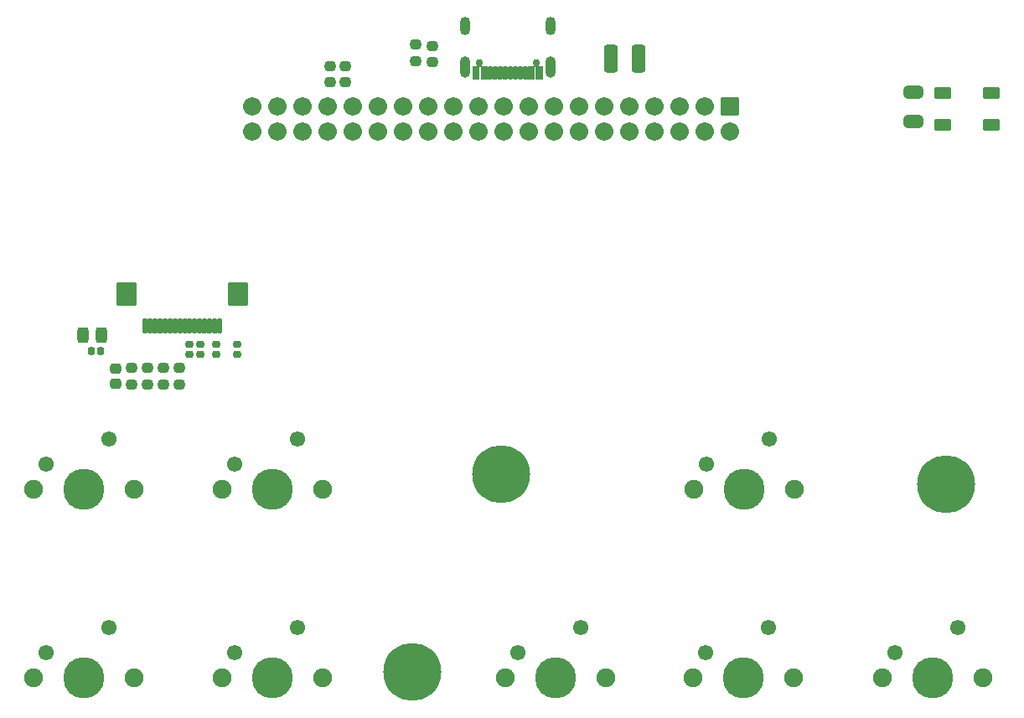
<source format=gbr>
%TF.GenerationSoftware,KiCad,Pcbnew,(6.0.8)*%
%TF.CreationDate,2022-10-08T21:09:11+11:00*%
%TF.ProjectId,KEEBPAD-MK,4b454542-5041-4442-9d4d-4b2e6b696361,1.0.0*%
%TF.SameCoordinates,PX8f0d180PY8f0d180*%
%TF.FileFunction,Soldermask,Top*%
%TF.FilePolarity,Negative*%
%FSLAX46Y46*%
G04 Gerber Fmt 4.6, Leading zero omitted, Abs format (unit mm)*
G04 Created by KiCad (PCBNEW (6.0.8)) date 2022-10-08 21:09:11*
%MOMM*%
%LPD*%
G01*
G04 APERTURE LIST*
G04 Aperture macros list*
%AMRoundRect*
0 Rectangle with rounded corners*
0 $1 Rounding radius*
0 $2 $3 $4 $5 $6 $7 $8 $9 X,Y pos of 4 corners*
0 Add a 4 corners polygon primitive as box body*
4,1,4,$2,$3,$4,$5,$6,$7,$8,$9,$2,$3,0*
0 Add four circle primitives for the rounded corners*
1,1,$1+$1,$2,$3*
1,1,$1+$1,$4,$5*
1,1,$1+$1,$6,$7*
1,1,$1+$1,$8,$9*
0 Add four rect primitives between the rounded corners*
20,1,$1+$1,$2,$3,$4,$5,0*
20,1,$1+$1,$4,$5,$6,$7,0*
20,1,$1+$1,$6,$7,$8,$9,0*
20,1,$1+$1,$8,$9,$2,$3,0*%
G04 Aperture macros list end*
%ADD10RoundRect,0.326200X0.250000X0.475000X-0.250000X0.475000X-0.250000X-0.475000X0.250000X-0.475000X0*%
%ADD11RoundRect,0.216200X0.170000X-0.140000X0.170000X0.140000X-0.170000X0.140000X-0.170000X-0.140000X0*%
%ADD12RoundRect,0.276200X-0.275000X0.200000X-0.275000X-0.200000X0.275000X-0.200000X0.275000X0.200000X0*%
%ADD13C,1.902400*%
%ADD14C,4.152400*%
%ADD15C,1.550000*%
%ADD16RoundRect,0.076200X-0.850000X0.850000X-0.850000X-0.850000X0.850000X-0.850000X0.850000X0.850000X0*%
%ADD17O,1.852400X1.852400*%
%ADD18RoundRect,0.216200X0.140000X0.170000X-0.140000X0.170000X-0.140000X-0.170000X0.140000X-0.170000X0*%
%ADD19RoundRect,0.276200X0.275000X-0.200000X0.275000X0.200000X-0.275000X0.200000X-0.275000X-0.200000X0*%
%ADD20RoundRect,0.326200X-0.375000X-1.075000X0.375000X-1.075000X0.375000X1.075000X-0.375000X1.075000X0*%
%ADD21RoundRect,0.216200X-0.170000X0.140000X-0.170000X-0.140000X0.170000X-0.140000X0.170000X0.140000X0*%
%ADD22RoundRect,0.076200X0.150000X0.650000X-0.150000X0.650000X-0.150000X-0.650000X0.150000X-0.650000X0*%
%ADD23RoundRect,0.076200X0.900000X1.100000X-0.900000X1.100000X-0.900000X-1.100000X0.900000X-1.100000X0*%
%ADD24C,5.852400*%
%ADD25RoundRect,0.076200X-0.750000X-0.500000X0.750000X-0.500000X0.750000X0.500000X-0.750000X0.500000X0*%
%ADD26RoundRect,0.326200X-0.650000X0.325000X-0.650000X-0.325000X0.650000X-0.325000X0.650000X0.325000X0*%
%ADD27C,0.752400*%
%ADD28RoundRect,0.076200X0.300000X0.580000X-0.300000X0.580000X-0.300000X-0.580000X0.300000X-0.580000X0*%
%ADD29RoundRect,0.076200X-0.150000X-0.580000X0.150000X-0.580000X0.150000X0.580000X-0.150000X0.580000X0*%
%ADD30O,1.052400X1.852400*%
%ADD31O,1.052400X2.152400*%
%ADD32RoundRect,0.301200X-0.250000X0.225000X-0.250000X-0.225000X0.250000X-0.225000X0.250000X0.225000X0*%
G04 APERTURE END LIST*
D10*
%TO.C,C4*%
X-40350000Y14000000D03*
X-42250000Y14000000D03*
%TD*%
D11*
%TO.C,C1*%
X-31500000Y13080000D03*
X-31500000Y12120000D03*
%TD*%
D12*
%TO.C,R6*%
X-8600000Y43375000D03*
X-8600000Y41725000D03*
%TD*%
D11*
%TO.C,C6*%
X-26700000Y13080000D03*
X-26700000Y12120000D03*
%TD*%
D13*
%TO.C,SW4*%
X48680000Y-20585126D03*
D14*
X43600000Y-20585126D03*
D15*
X46140000Y-15505126D03*
X39790000Y-18045126D03*
D13*
X38520000Y-20585126D03*
%TD*%
D16*
%TO.C,B1*%
X23099999Y37125000D03*
D17*
X23099999Y34585000D03*
X20559999Y37125000D03*
X20559999Y34585000D03*
X18019999Y37125000D03*
X18019999Y34585000D03*
X15479999Y37125000D03*
X15479999Y34585000D03*
X12939999Y37125000D03*
X12939999Y34585000D03*
X10399999Y37125000D03*
X10399999Y34585000D03*
X7859999Y37125000D03*
X7859999Y34585000D03*
X5319999Y37125000D03*
X5319999Y34585000D03*
X2779999Y37125000D03*
X2779999Y34585000D03*
X239999Y37125000D03*
X239999Y34585000D03*
X-2300001Y37125000D03*
X-2300001Y34585000D03*
X-4840001Y37125000D03*
X-4840001Y34585000D03*
X-7380001Y37125000D03*
X-7380001Y34585000D03*
X-9920001Y37125000D03*
X-9920001Y34585000D03*
X-12460001Y37125000D03*
X-12460001Y34585000D03*
X-15000001Y37125000D03*
X-15000001Y34585000D03*
X-17540001Y37125000D03*
X-17540001Y34585000D03*
X-20080001Y37125000D03*
X-20080001Y34585000D03*
X-22620001Y37125000D03*
X-22620001Y34585000D03*
X-25160001Y37125000D03*
X-25160001Y34585000D03*
%TD*%
D14*
%TO.C,SW6*%
X24540000Y-1570000D03*
D15*
X27080000Y3510000D03*
X20730000Y970000D03*
D13*
X19460000Y-1570000D03*
X29620000Y-1570000D03*
%TD*%
D12*
%TO.C,R7*%
X-15750000Y41225000D03*
X-15750000Y39575000D03*
%TD*%
D18*
%TO.C,C3*%
X-40420000Y12400000D03*
X-41380000Y12400000D03*
%TD*%
D13*
%TO.C,SW1*%
X-47200251Y-1554749D03*
D15*
X-45930251Y985251D03*
D13*
X-37040251Y-1554749D03*
D14*
X-42120251Y-1554749D03*
D15*
X-39580251Y3525251D03*
%TD*%
D12*
%TO.C,R4*%
X-37300000Y10725000D03*
X-37300000Y9075000D03*
%TD*%
D19*
%TO.C,R1*%
X-35700000Y9075000D03*
X-35700000Y10725000D03*
%TD*%
%TO.C,R2*%
X-34100000Y9075000D03*
X-34100000Y10725000D03*
%TD*%
D20*
%TO.C,F1*%
X13900000Y42000000D03*
X11100000Y42000000D03*
%TD*%
D12*
%TO.C,R3*%
X-32500000Y10725000D03*
X-32500000Y9075000D03*
%TD*%
D21*
%TO.C,C2*%
X-30400000Y12120000D03*
X-30400000Y13080000D03*
%TD*%
D13*
%TO.C,SW5*%
X-28180000Y-20600000D03*
X-18020000Y-20600000D03*
D15*
X-20560000Y-15520000D03*
D14*
X-23100000Y-20600000D03*
D15*
X-26910000Y-18060000D03*
%TD*%
%TO.C,SW8*%
X27054875Y-15520000D03*
D14*
X24514875Y-20600000D03*
D13*
X29594875Y-20600000D03*
D15*
X20704875Y-18060000D03*
D13*
X19434875Y-20600000D03*
%TD*%
D11*
%TO.C,C5*%
X-28800000Y13080000D03*
X-28800000Y12120000D03*
%TD*%
D13*
%TO.C,SW7*%
X-47205000Y-20604749D03*
D14*
X-42125000Y-20604749D03*
D13*
X-37045000Y-20604749D03*
D15*
X-39585000Y-15524749D03*
X-45935000Y-18064749D03*
%TD*%
D22*
%TO.C,J1*%
X-28450000Y14950000D03*
X-28950000Y14950000D03*
X-29450000Y14950000D03*
X-29950000Y14950000D03*
X-30450000Y14950000D03*
X-30950000Y14950000D03*
X-31450000Y14950000D03*
X-31950000Y14950000D03*
X-32450000Y14950000D03*
X-32950000Y14950000D03*
X-33450000Y14950000D03*
X-33950000Y14950000D03*
X-34450000Y14950000D03*
X-34950000Y14950000D03*
X-35450000Y14950000D03*
X-35950000Y14950000D03*
D23*
X-26550000Y18200000D03*
X-37850000Y18200000D03*
%TD*%
D24*
%TO.C,H1*%
X-9000000Y-20000000D03*
%TD*%
D14*
%TO.C,SW2*%
X5500000Y-20600000D03*
D13*
X10580000Y-20600000D03*
X420000Y-20600000D03*
D15*
X8040000Y-15520000D03*
X1690000Y-18060000D03*
%TD*%
D24*
%TO.C,H2*%
X45000000Y-1000000D03*
%TD*%
D25*
%TO.C,D1*%
X44650000Y38500000D03*
X44650000Y35300000D03*
X49550000Y35300000D03*
X49550000Y38500000D03*
%TD*%
D26*
%TO.C,C8*%
X41700000Y38575000D03*
X41700000Y35625000D03*
%TD*%
D15*
%TO.C,SW3*%
X-26910000Y985251D03*
D13*
X-18020000Y-1554749D03*
X-28180000Y-1554749D03*
D15*
X-20560000Y3525251D03*
D14*
X-23100000Y-1554749D03*
%TD*%
D24*
%TO.C,H3*%
X0Y0D03*
%TD*%
D27*
%TO.C,J2*%
X-2190000Y41575000D03*
X3590000Y41575000D03*
D28*
X3900000Y40515000D03*
X3100000Y40515000D03*
D29*
X1950000Y40515000D03*
X950000Y40515000D03*
X450000Y40515000D03*
X-550000Y40515000D03*
D28*
X-1700000Y40515000D03*
X-2500000Y40515000D03*
X-2500000Y40515000D03*
X-1700000Y40515000D03*
D29*
X-1050000Y40515000D03*
X-50000Y40515000D03*
X1450000Y40515000D03*
X2450000Y40515000D03*
D28*
X3100000Y40515000D03*
X3900000Y40515000D03*
D30*
X5020000Y45265000D03*
D31*
X5020000Y41095000D03*
D30*
X-3620000Y45265000D03*
D31*
X-3620000Y41095000D03*
%TD*%
D32*
%TO.C,C7*%
X-38900000Y10675000D03*
X-38900000Y9125000D03*
%TD*%
D12*
%TO.C,R8*%
X-17250000Y41225000D03*
X-17250000Y39575000D03*
%TD*%
D19*
%TO.C,R5*%
X-6950000Y41625000D03*
X-6950000Y43275000D03*
%TD*%
G36*
X-32752663Y15661694D02*
G01*
X-32752520Y15661609D01*
X-32752128Y15661304D01*
X-32734646Y15643822D01*
X-32718661Y15633141D01*
X-32700000Y15629429D01*
X-32681339Y15633141D01*
X-32665354Y15643822D01*
X-32647872Y15661304D01*
X-32647469Y15661615D01*
X-32647382Y15661666D01*
X-32645382Y15661680D01*
X-32644371Y15659954D01*
X-32644956Y15658528D01*
X-32660385Y15643073D01*
X-32671090Y15621171D01*
X-32674200Y15599855D01*
X-32674200Y14300147D01*
X-32671052Y14278701D01*
X-32660310Y14256822D01*
X-32644902Y14241440D01*
X-32644383Y14239509D01*
X-32645796Y14238094D01*
X-32647337Y14238306D01*
X-32647480Y14238391D01*
X-32647872Y14238696D01*
X-32665354Y14256178D01*
X-32681339Y14266859D01*
X-32700000Y14270571D01*
X-32718661Y14266859D01*
X-32734646Y14256178D01*
X-32752128Y14238696D01*
X-32752531Y14238385D01*
X-32752618Y14238334D01*
X-32754618Y14238320D01*
X-32755629Y14240046D01*
X-32755044Y14241472D01*
X-32739615Y14256927D01*
X-32728910Y14278829D01*
X-32725800Y14300145D01*
X-32725800Y15599853D01*
X-32728948Y15621299D01*
X-32739690Y15643178D01*
X-32755098Y15658560D01*
X-32755617Y15660491D01*
X-32754204Y15661906D01*
X-32752663Y15661694D01*
G37*
G36*
X-30752663Y15661694D02*
G01*
X-30752520Y15661609D01*
X-30752128Y15661304D01*
X-30734646Y15643822D01*
X-30718661Y15633141D01*
X-30700000Y15629429D01*
X-30681339Y15633141D01*
X-30665354Y15643822D01*
X-30647872Y15661304D01*
X-30647469Y15661615D01*
X-30647382Y15661666D01*
X-30645382Y15661680D01*
X-30644371Y15659954D01*
X-30644956Y15658528D01*
X-30660385Y15643073D01*
X-30671090Y15621171D01*
X-30674200Y15599855D01*
X-30674200Y14300147D01*
X-30671052Y14278701D01*
X-30660310Y14256822D01*
X-30644902Y14241440D01*
X-30644383Y14239509D01*
X-30645796Y14238094D01*
X-30647337Y14238306D01*
X-30647480Y14238391D01*
X-30647872Y14238696D01*
X-30665354Y14256178D01*
X-30681339Y14266859D01*
X-30700000Y14270571D01*
X-30718661Y14266859D01*
X-30734646Y14256178D01*
X-30752128Y14238696D01*
X-30752531Y14238385D01*
X-30752618Y14238334D01*
X-30754618Y14238320D01*
X-30755629Y14240046D01*
X-30755044Y14241472D01*
X-30739615Y14256927D01*
X-30728910Y14278829D01*
X-30725800Y14300145D01*
X-30725800Y15599853D01*
X-30728948Y15621299D01*
X-30739690Y15643178D01*
X-30755098Y15658560D01*
X-30755617Y15660491D01*
X-30754204Y15661906D01*
X-30752663Y15661694D01*
G37*
G36*
X-30252663Y15661694D02*
G01*
X-30252520Y15661609D01*
X-30252128Y15661304D01*
X-30234646Y15643822D01*
X-30218661Y15633141D01*
X-30200000Y15629429D01*
X-30181339Y15633141D01*
X-30165354Y15643822D01*
X-30147872Y15661304D01*
X-30147469Y15661615D01*
X-30147382Y15661666D01*
X-30145382Y15661680D01*
X-30144371Y15659954D01*
X-30144956Y15658528D01*
X-30160385Y15643073D01*
X-30171090Y15621171D01*
X-30174200Y15599855D01*
X-30174200Y14300147D01*
X-30171052Y14278701D01*
X-30160310Y14256822D01*
X-30144902Y14241440D01*
X-30144383Y14239509D01*
X-30145796Y14238094D01*
X-30147337Y14238306D01*
X-30147480Y14238391D01*
X-30147872Y14238696D01*
X-30165354Y14256178D01*
X-30181339Y14266859D01*
X-30200000Y14270571D01*
X-30218661Y14266859D01*
X-30234646Y14256178D01*
X-30252128Y14238696D01*
X-30252531Y14238385D01*
X-30252618Y14238334D01*
X-30254618Y14238320D01*
X-30255629Y14240046D01*
X-30255044Y14241472D01*
X-30239615Y14256927D01*
X-30228910Y14278829D01*
X-30225800Y14300145D01*
X-30225800Y15599853D01*
X-30228948Y15621299D01*
X-30239690Y15643178D01*
X-30255098Y15658560D01*
X-30255617Y15660491D01*
X-30254204Y15661906D01*
X-30252663Y15661694D01*
G37*
G36*
X-35252663Y15661694D02*
G01*
X-35252520Y15661609D01*
X-35252128Y15661304D01*
X-35234646Y15643822D01*
X-35218661Y15633141D01*
X-35200000Y15629429D01*
X-35181339Y15633141D01*
X-35165354Y15643822D01*
X-35147872Y15661304D01*
X-35147469Y15661615D01*
X-35147382Y15661666D01*
X-35145382Y15661680D01*
X-35144371Y15659954D01*
X-35144956Y15658528D01*
X-35160385Y15643073D01*
X-35171090Y15621171D01*
X-35174200Y15599855D01*
X-35174200Y14300147D01*
X-35171052Y14278701D01*
X-35160310Y14256822D01*
X-35144902Y14241440D01*
X-35144383Y14239509D01*
X-35145796Y14238094D01*
X-35147337Y14238306D01*
X-35147480Y14238391D01*
X-35147872Y14238696D01*
X-35165354Y14256178D01*
X-35181339Y14266859D01*
X-35200000Y14270571D01*
X-35218661Y14266859D01*
X-35234646Y14256178D01*
X-35252128Y14238696D01*
X-35252531Y14238385D01*
X-35252618Y14238334D01*
X-35254618Y14238320D01*
X-35255629Y14240046D01*
X-35255044Y14241472D01*
X-35239615Y14256927D01*
X-35228910Y14278829D01*
X-35225800Y14300145D01*
X-35225800Y15599853D01*
X-35228948Y15621299D01*
X-35239690Y15643178D01*
X-35255098Y15658560D01*
X-35255617Y15660491D01*
X-35254204Y15661906D01*
X-35252663Y15661694D01*
G37*
G36*
X-35752663Y15661694D02*
G01*
X-35752520Y15661609D01*
X-35752128Y15661304D01*
X-35734646Y15643822D01*
X-35718661Y15633141D01*
X-35700000Y15629429D01*
X-35681339Y15633141D01*
X-35665354Y15643822D01*
X-35647872Y15661304D01*
X-35647469Y15661615D01*
X-35647382Y15661666D01*
X-35645382Y15661680D01*
X-35644371Y15659954D01*
X-35644956Y15658528D01*
X-35660385Y15643073D01*
X-35671090Y15621171D01*
X-35674200Y15599855D01*
X-35674200Y14300147D01*
X-35671052Y14278701D01*
X-35660310Y14256822D01*
X-35644902Y14241440D01*
X-35644383Y14239509D01*
X-35645796Y14238094D01*
X-35647337Y14238306D01*
X-35647480Y14238391D01*
X-35647872Y14238696D01*
X-35665354Y14256178D01*
X-35681339Y14266859D01*
X-35700000Y14270571D01*
X-35718661Y14266859D01*
X-35734646Y14256178D01*
X-35752128Y14238696D01*
X-35752531Y14238385D01*
X-35752618Y14238334D01*
X-35754618Y14238320D01*
X-35755629Y14240046D01*
X-35755044Y14241472D01*
X-35739615Y14256927D01*
X-35728910Y14278829D01*
X-35725800Y14300145D01*
X-35725800Y15599853D01*
X-35728948Y15621299D01*
X-35739690Y15643178D01*
X-35755098Y15658560D01*
X-35755617Y15660491D01*
X-35754204Y15661906D01*
X-35752663Y15661694D01*
G37*
G36*
X-31752663Y15661694D02*
G01*
X-31752520Y15661609D01*
X-31752128Y15661304D01*
X-31734646Y15643822D01*
X-31718661Y15633141D01*
X-31700000Y15629429D01*
X-31681339Y15633141D01*
X-31665354Y15643822D01*
X-31647872Y15661304D01*
X-31647469Y15661615D01*
X-31647382Y15661666D01*
X-31645382Y15661680D01*
X-31644371Y15659954D01*
X-31644956Y15658528D01*
X-31660385Y15643073D01*
X-31671090Y15621171D01*
X-31674200Y15599855D01*
X-31674200Y14300147D01*
X-31671052Y14278701D01*
X-31660310Y14256822D01*
X-31644902Y14241440D01*
X-31644383Y14239509D01*
X-31645796Y14238094D01*
X-31647337Y14238306D01*
X-31647480Y14238391D01*
X-31647872Y14238696D01*
X-31665354Y14256178D01*
X-31681339Y14266859D01*
X-31700000Y14270571D01*
X-31718661Y14266859D01*
X-31734646Y14256178D01*
X-31752128Y14238696D01*
X-31752531Y14238385D01*
X-31752618Y14238334D01*
X-31754618Y14238320D01*
X-31755629Y14240046D01*
X-31755044Y14241472D01*
X-31739615Y14256927D01*
X-31728910Y14278829D01*
X-31725800Y14300145D01*
X-31725800Y15599853D01*
X-31728948Y15621299D01*
X-31739690Y15643178D01*
X-31755098Y15658560D01*
X-31755617Y15660491D01*
X-31754204Y15661906D01*
X-31752663Y15661694D01*
G37*
G36*
X-32252663Y15661694D02*
G01*
X-32252520Y15661609D01*
X-32252128Y15661304D01*
X-32234646Y15643822D01*
X-32218661Y15633141D01*
X-32200000Y15629429D01*
X-32181339Y15633141D01*
X-32165354Y15643822D01*
X-32147872Y15661304D01*
X-32147469Y15661615D01*
X-32147382Y15661666D01*
X-32145382Y15661680D01*
X-32144371Y15659954D01*
X-32144956Y15658528D01*
X-32160385Y15643073D01*
X-32171090Y15621171D01*
X-32174200Y15599855D01*
X-32174200Y14300147D01*
X-32171052Y14278701D01*
X-32160310Y14256822D01*
X-32144902Y14241440D01*
X-32144383Y14239509D01*
X-32145796Y14238094D01*
X-32147337Y14238306D01*
X-32147480Y14238391D01*
X-32147872Y14238696D01*
X-32165354Y14256178D01*
X-32181339Y14266859D01*
X-32200000Y14270571D01*
X-32218661Y14266859D01*
X-32234646Y14256178D01*
X-32252128Y14238696D01*
X-32252531Y14238385D01*
X-32252618Y14238334D01*
X-32254618Y14238320D01*
X-32255629Y14240046D01*
X-32255044Y14241472D01*
X-32239615Y14256927D01*
X-32228910Y14278829D01*
X-32225800Y14300145D01*
X-32225800Y15599853D01*
X-32228948Y15621299D01*
X-32239690Y15643178D01*
X-32255098Y15658560D01*
X-32255617Y15660491D01*
X-32254204Y15661906D01*
X-32252663Y15661694D01*
G37*
G36*
X-33752663Y15661694D02*
G01*
X-33752520Y15661609D01*
X-33752128Y15661304D01*
X-33734646Y15643822D01*
X-33718661Y15633141D01*
X-33700000Y15629429D01*
X-33681339Y15633141D01*
X-33665354Y15643822D01*
X-33647872Y15661304D01*
X-33647469Y15661615D01*
X-33647382Y15661666D01*
X-33645382Y15661680D01*
X-33644371Y15659954D01*
X-33644956Y15658528D01*
X-33660385Y15643073D01*
X-33671090Y15621171D01*
X-33674200Y15599855D01*
X-33674200Y14300147D01*
X-33671052Y14278701D01*
X-33660310Y14256822D01*
X-33644902Y14241440D01*
X-33644383Y14239509D01*
X-33645796Y14238094D01*
X-33647337Y14238306D01*
X-33647480Y14238391D01*
X-33647872Y14238696D01*
X-33665354Y14256178D01*
X-33681339Y14266859D01*
X-33700000Y14270571D01*
X-33718661Y14266859D01*
X-33734646Y14256178D01*
X-33752128Y14238696D01*
X-33752531Y14238385D01*
X-33752618Y14238334D01*
X-33754618Y14238320D01*
X-33755629Y14240046D01*
X-33755044Y14241472D01*
X-33739615Y14256927D01*
X-33728910Y14278829D01*
X-33725800Y14300145D01*
X-33725800Y15599853D01*
X-33728948Y15621299D01*
X-33739690Y15643178D01*
X-33755098Y15658560D01*
X-33755617Y15660491D01*
X-33754204Y15661906D01*
X-33752663Y15661694D01*
G37*
G36*
X-28752663Y15661694D02*
G01*
X-28752520Y15661609D01*
X-28752128Y15661304D01*
X-28734646Y15643822D01*
X-28718661Y15633141D01*
X-28700000Y15629429D01*
X-28681339Y15633141D01*
X-28665354Y15643822D01*
X-28647872Y15661304D01*
X-28647469Y15661615D01*
X-28647382Y15661666D01*
X-28645382Y15661680D01*
X-28644371Y15659954D01*
X-28644956Y15658528D01*
X-28660385Y15643073D01*
X-28671090Y15621171D01*
X-28674200Y15599855D01*
X-28674200Y14300147D01*
X-28671052Y14278701D01*
X-28660310Y14256822D01*
X-28644902Y14241440D01*
X-28644383Y14239509D01*
X-28645796Y14238094D01*
X-28647337Y14238306D01*
X-28647480Y14238391D01*
X-28647872Y14238696D01*
X-28665354Y14256178D01*
X-28681339Y14266859D01*
X-28700000Y14270571D01*
X-28718661Y14266859D01*
X-28734646Y14256178D01*
X-28752128Y14238696D01*
X-28752531Y14238385D01*
X-28752618Y14238334D01*
X-28754618Y14238320D01*
X-28755629Y14240046D01*
X-28755044Y14241472D01*
X-28739615Y14256927D01*
X-28728910Y14278829D01*
X-28725800Y14300145D01*
X-28725800Y15599853D01*
X-28728948Y15621299D01*
X-28739690Y15643178D01*
X-28755098Y15658560D01*
X-28755617Y15660491D01*
X-28754204Y15661906D01*
X-28752663Y15661694D01*
G37*
G36*
X-34252663Y15661694D02*
G01*
X-34252520Y15661609D01*
X-34252128Y15661304D01*
X-34234646Y15643822D01*
X-34218661Y15633141D01*
X-34200000Y15629429D01*
X-34181339Y15633141D01*
X-34165354Y15643822D01*
X-34147872Y15661304D01*
X-34147469Y15661615D01*
X-34147382Y15661666D01*
X-34145382Y15661680D01*
X-34144371Y15659954D01*
X-34144956Y15658528D01*
X-34160385Y15643073D01*
X-34171090Y15621171D01*
X-34174200Y15599855D01*
X-34174200Y14300147D01*
X-34171052Y14278701D01*
X-34160310Y14256822D01*
X-34144902Y14241440D01*
X-34144383Y14239509D01*
X-34145796Y14238094D01*
X-34147337Y14238306D01*
X-34147480Y14238391D01*
X-34147872Y14238696D01*
X-34165354Y14256178D01*
X-34181339Y14266859D01*
X-34200000Y14270571D01*
X-34218661Y14266859D01*
X-34234646Y14256178D01*
X-34252128Y14238696D01*
X-34252531Y14238385D01*
X-34252618Y14238334D01*
X-34254618Y14238320D01*
X-34255629Y14240046D01*
X-34255044Y14241472D01*
X-34239615Y14256927D01*
X-34228910Y14278829D01*
X-34225800Y14300145D01*
X-34225800Y15599853D01*
X-34228948Y15621299D01*
X-34239690Y15643178D01*
X-34255098Y15658560D01*
X-34255617Y15660491D01*
X-34254204Y15661906D01*
X-34252663Y15661694D01*
G37*
G36*
X-29752663Y15661694D02*
G01*
X-29752520Y15661609D01*
X-29752128Y15661304D01*
X-29734646Y15643822D01*
X-29718661Y15633141D01*
X-29700000Y15629429D01*
X-29681339Y15633141D01*
X-29665354Y15643822D01*
X-29647872Y15661304D01*
X-29647469Y15661615D01*
X-29647382Y15661666D01*
X-29645382Y15661680D01*
X-29644371Y15659954D01*
X-29644956Y15658528D01*
X-29660385Y15643073D01*
X-29671090Y15621171D01*
X-29674200Y15599855D01*
X-29674200Y14300147D01*
X-29671052Y14278701D01*
X-29660310Y14256822D01*
X-29644902Y14241440D01*
X-29644383Y14239509D01*
X-29645796Y14238094D01*
X-29647337Y14238306D01*
X-29647480Y14238391D01*
X-29647872Y14238696D01*
X-29665354Y14256178D01*
X-29681339Y14266859D01*
X-29700000Y14270571D01*
X-29718661Y14266859D01*
X-29734646Y14256178D01*
X-29752128Y14238696D01*
X-29752531Y14238385D01*
X-29752618Y14238334D01*
X-29754618Y14238320D01*
X-29755629Y14240046D01*
X-29755044Y14241472D01*
X-29739615Y14256927D01*
X-29728910Y14278829D01*
X-29725800Y14300145D01*
X-29725800Y15599853D01*
X-29728948Y15621299D01*
X-29739690Y15643178D01*
X-29755098Y15658560D01*
X-29755617Y15660491D01*
X-29754204Y15661906D01*
X-29752663Y15661694D01*
G37*
G36*
X-31252663Y15661694D02*
G01*
X-31252520Y15661609D01*
X-31252128Y15661304D01*
X-31234646Y15643822D01*
X-31218661Y15633141D01*
X-31200000Y15629429D01*
X-31181339Y15633141D01*
X-31165354Y15643822D01*
X-31147872Y15661304D01*
X-31147469Y15661615D01*
X-31147382Y15661666D01*
X-31145382Y15661680D01*
X-31144371Y15659954D01*
X-31144956Y15658528D01*
X-31160385Y15643073D01*
X-31171090Y15621171D01*
X-31174200Y15599855D01*
X-31174200Y14300147D01*
X-31171052Y14278701D01*
X-31160310Y14256822D01*
X-31144902Y14241440D01*
X-31144383Y14239509D01*
X-31145796Y14238094D01*
X-31147337Y14238306D01*
X-31147480Y14238391D01*
X-31147872Y14238696D01*
X-31165354Y14256178D01*
X-31181339Y14266859D01*
X-31200000Y14270571D01*
X-31218661Y14266859D01*
X-31234646Y14256178D01*
X-31252128Y14238696D01*
X-31252531Y14238385D01*
X-31252618Y14238334D01*
X-31254618Y14238320D01*
X-31255629Y14240046D01*
X-31255044Y14241472D01*
X-31239615Y14256927D01*
X-31228910Y14278829D01*
X-31225800Y14300145D01*
X-31225800Y15599853D01*
X-31228948Y15621299D01*
X-31239690Y15643178D01*
X-31255098Y15658560D01*
X-31255617Y15660491D01*
X-31254204Y15661906D01*
X-31252663Y15661694D01*
G37*
G36*
X-33252663Y15661694D02*
G01*
X-33252520Y15661609D01*
X-33252128Y15661304D01*
X-33234646Y15643822D01*
X-33218661Y15633141D01*
X-33200000Y15629429D01*
X-33181339Y15633141D01*
X-33165354Y15643822D01*
X-33147872Y15661304D01*
X-33147469Y15661615D01*
X-33147382Y15661666D01*
X-33145382Y15661680D01*
X-33144371Y15659954D01*
X-33144956Y15658528D01*
X-33160385Y15643073D01*
X-33171090Y15621171D01*
X-33174200Y15599855D01*
X-33174200Y14300147D01*
X-33171052Y14278701D01*
X-33160310Y14256822D01*
X-33144902Y14241440D01*
X-33144383Y14239509D01*
X-33145796Y14238094D01*
X-33147337Y14238306D01*
X-33147480Y14238391D01*
X-33147872Y14238696D01*
X-33165354Y14256178D01*
X-33181339Y14266859D01*
X-33200000Y14270571D01*
X-33218661Y14266859D01*
X-33234646Y14256178D01*
X-33252128Y14238696D01*
X-33252531Y14238385D01*
X-33252618Y14238334D01*
X-33254618Y14238320D01*
X-33255629Y14240046D01*
X-33255044Y14241472D01*
X-33239615Y14256927D01*
X-33228910Y14278829D01*
X-33225800Y14300145D01*
X-33225800Y15599853D01*
X-33228948Y15621299D01*
X-33239690Y15643178D01*
X-33255098Y15658560D01*
X-33255617Y15660491D01*
X-33254204Y15661906D01*
X-33252663Y15661694D01*
G37*
G36*
X-34752663Y15661694D02*
G01*
X-34752520Y15661609D01*
X-34752128Y15661304D01*
X-34734646Y15643822D01*
X-34718661Y15633141D01*
X-34700000Y15629429D01*
X-34681339Y15633141D01*
X-34665354Y15643822D01*
X-34647872Y15661304D01*
X-34647469Y15661615D01*
X-34647382Y15661666D01*
X-34645382Y15661680D01*
X-34644371Y15659954D01*
X-34644956Y15658528D01*
X-34660385Y15643073D01*
X-34671090Y15621171D01*
X-34674200Y15599855D01*
X-34674200Y14300147D01*
X-34671052Y14278701D01*
X-34660310Y14256822D01*
X-34644902Y14241440D01*
X-34644383Y14239509D01*
X-34645796Y14238094D01*
X-34647337Y14238306D01*
X-34647480Y14238391D01*
X-34647872Y14238696D01*
X-34665354Y14256178D01*
X-34681339Y14266859D01*
X-34700000Y14270571D01*
X-34718661Y14266859D01*
X-34734646Y14256178D01*
X-34752128Y14238696D01*
X-34752531Y14238385D01*
X-34752618Y14238334D01*
X-34754618Y14238320D01*
X-34755629Y14240046D01*
X-34755044Y14241472D01*
X-34739615Y14256927D01*
X-34728910Y14278829D01*
X-34725800Y14300145D01*
X-34725800Y15599853D01*
X-34728948Y15621299D01*
X-34739690Y15643178D01*
X-34755098Y15658560D01*
X-34755617Y15660491D01*
X-34754204Y15661906D01*
X-34752663Y15661694D01*
G37*
G36*
X-29252663Y15661694D02*
G01*
X-29252520Y15661609D01*
X-29252128Y15661304D01*
X-29234646Y15643822D01*
X-29218661Y15633141D01*
X-29200000Y15629429D01*
X-29181339Y15633141D01*
X-29165354Y15643822D01*
X-29147872Y15661304D01*
X-29147469Y15661615D01*
X-29147382Y15661666D01*
X-29145382Y15661680D01*
X-29144371Y15659954D01*
X-29144956Y15658528D01*
X-29160385Y15643073D01*
X-29171090Y15621171D01*
X-29174200Y15599855D01*
X-29174200Y14300147D01*
X-29171052Y14278701D01*
X-29160310Y14256822D01*
X-29144902Y14241440D01*
X-29144383Y14239509D01*
X-29145796Y14238094D01*
X-29147337Y14238306D01*
X-29147480Y14238391D01*
X-29147872Y14238696D01*
X-29165354Y14256178D01*
X-29181339Y14266859D01*
X-29200000Y14270571D01*
X-29218661Y14266859D01*
X-29234646Y14256178D01*
X-29252128Y14238696D01*
X-29252531Y14238385D01*
X-29252618Y14238334D01*
X-29254618Y14238320D01*
X-29255629Y14240046D01*
X-29255044Y14241472D01*
X-29239615Y14256927D01*
X-29228910Y14278829D01*
X-29225800Y14300145D01*
X-29225800Y15599853D01*
X-29228948Y15621299D01*
X-29239690Y15643178D01*
X-29255098Y15658560D01*
X-29255617Y15660491D01*
X-29254204Y15661906D01*
X-29252663Y15661694D01*
G37*
G36*
X1147337Y41156694D02*
G01*
X1147480Y41156609D01*
X1147872Y41156304D01*
X1165354Y41138822D01*
X1181339Y41128141D01*
X1200000Y41124429D01*
X1218661Y41128141D01*
X1234646Y41138822D01*
X1252128Y41156304D01*
X1252531Y41156615D01*
X1252618Y41156666D01*
X1254618Y41156680D01*
X1255629Y41154954D01*
X1255044Y41153528D01*
X1239615Y41138073D01*
X1228910Y41116171D01*
X1225800Y41094855D01*
X1225800Y39935147D01*
X1228948Y39913701D01*
X1239690Y39891822D01*
X1255098Y39876440D01*
X1255617Y39874509D01*
X1254204Y39873094D01*
X1252663Y39873306D01*
X1252520Y39873391D01*
X1252128Y39873696D01*
X1234646Y39891178D01*
X1218661Y39901859D01*
X1200000Y39905571D01*
X1181339Y39901859D01*
X1165354Y39891178D01*
X1147872Y39873696D01*
X1147469Y39873385D01*
X1147382Y39873334D01*
X1145382Y39873320D01*
X1144371Y39875046D01*
X1144956Y39876472D01*
X1160385Y39891927D01*
X1171090Y39913829D01*
X1174200Y39935145D01*
X1174200Y41094853D01*
X1171052Y41116299D01*
X1160310Y41138178D01*
X1144902Y41153560D01*
X1144383Y41155491D01*
X1145796Y41156906D01*
X1147337Y41156694D01*
G37*
G36*
X147337Y41156694D02*
G01*
X147480Y41156609D01*
X147872Y41156304D01*
X165354Y41138822D01*
X181339Y41128141D01*
X200000Y41124429D01*
X218661Y41128141D01*
X234646Y41138822D01*
X252128Y41156304D01*
X252531Y41156615D01*
X252618Y41156666D01*
X254618Y41156680D01*
X255629Y41154954D01*
X255044Y41153528D01*
X239615Y41138073D01*
X228910Y41116171D01*
X225800Y41094855D01*
X225800Y39935147D01*
X228948Y39913701D01*
X239690Y39891822D01*
X255098Y39876440D01*
X255617Y39874509D01*
X254204Y39873094D01*
X252663Y39873306D01*
X252520Y39873391D01*
X252128Y39873696D01*
X234646Y39891178D01*
X218661Y39901859D01*
X200000Y39905571D01*
X181339Y39901859D01*
X165354Y39891178D01*
X147872Y39873696D01*
X147469Y39873385D01*
X147382Y39873334D01*
X145382Y39873320D01*
X144371Y39875046D01*
X144956Y39876472D01*
X160385Y39891927D01*
X171090Y39913829D01*
X174200Y39935145D01*
X174200Y41094853D01*
X171052Y41116299D01*
X160310Y41138178D01*
X144902Y41153560D01*
X144383Y41155491D01*
X145796Y41156906D01*
X147337Y41156694D01*
G37*
G36*
X2147337Y41156694D02*
G01*
X2147480Y41156609D01*
X2147872Y41156304D01*
X2165354Y41138822D01*
X2181339Y41128141D01*
X2200000Y41124429D01*
X2218661Y41128141D01*
X2234646Y41138822D01*
X2252128Y41156304D01*
X2252531Y41156615D01*
X2252618Y41156666D01*
X2254618Y41156680D01*
X2255629Y41154954D01*
X2255044Y41153528D01*
X2239615Y41138073D01*
X2228910Y41116171D01*
X2225800Y41094855D01*
X2225800Y39935147D01*
X2228948Y39913701D01*
X2239690Y39891822D01*
X2255098Y39876440D01*
X2255617Y39874509D01*
X2254204Y39873094D01*
X2252663Y39873306D01*
X2252520Y39873391D01*
X2252128Y39873696D01*
X2234646Y39891178D01*
X2218661Y39901859D01*
X2200000Y39905571D01*
X2181339Y39901859D01*
X2165354Y39891178D01*
X2147872Y39873696D01*
X2147469Y39873385D01*
X2147382Y39873334D01*
X2145382Y39873320D01*
X2144371Y39875046D01*
X2144956Y39876472D01*
X2160385Y39891927D01*
X2171090Y39913829D01*
X2174200Y39935145D01*
X2174200Y41094853D01*
X2171052Y41116299D01*
X2160310Y41138178D01*
X2144902Y41153560D01*
X2144383Y41155491D01*
X2145796Y41156906D01*
X2147337Y41156694D01*
G37*
G36*
X-1968206Y41270673D02*
G01*
X-1968968Y41268968D01*
X-1979743Y41260520D01*
X-1992267Y41245934D01*
X-1998193Y41227857D01*
X-1996750Y41208885D01*
X-1988157Y41191912D01*
X-1973722Y41179517D01*
X-1955511Y41173547D01*
X-1949683Y41173196D01*
X-1948014Y41172094D01*
X-1948134Y41170098D01*
X-1949803Y41169200D01*
X-1999853Y41169200D01*
X-2021299Y41166052D01*
X-2043178Y41155310D01*
X-2060385Y41138074D01*
X-2071090Y41116171D01*
X-2074200Y41094855D01*
X-2074200Y39935147D01*
X-2071052Y39913701D01*
X-2060310Y39891822D01*
X-2044902Y39876440D01*
X-2044383Y39874509D01*
X-2045796Y39873094D01*
X-2047337Y39873306D01*
X-2047480Y39873391D01*
X-2047872Y39873696D01*
X-2065354Y39891178D01*
X-2081339Y39901859D01*
X-2100000Y39905571D01*
X-2118661Y39901859D01*
X-2134646Y39891178D01*
X-2152128Y39873696D01*
X-2152531Y39873385D01*
X-2152618Y39873334D01*
X-2154618Y39873320D01*
X-2155629Y39875046D01*
X-2155044Y39876472D01*
X-2139615Y39891927D01*
X-2128910Y39913829D01*
X-2125800Y39935145D01*
X-2125800Y41094853D01*
X-2128948Y41116299D01*
X-2139690Y41138178D01*
X-2156926Y41155385D01*
X-2178829Y41166090D01*
X-2200145Y41169200D01*
X-2428945Y41169200D01*
X-2430677Y41170200D01*
X-2430677Y41172200D01*
X-2429335Y41173162D01*
X-2410284Y41176952D01*
X-2394467Y41187521D01*
X-2383898Y41203338D01*
X-2380186Y41221999D01*
X-2383898Y41240660D01*
X-2394515Y41256550D01*
X-2400895Y41261633D01*
X-2401627Y41263494D01*
X-2400380Y41265058D01*
X-2398617Y41264910D01*
X-2359884Y41241591D01*
X-2311206Y41220979D01*
X-2260117Y41207433D01*
X-2207624Y41201220D01*
X-2154788Y41202466D01*
X-2102646Y41211144D01*
X-2052251Y41227082D01*
X-2004600Y41249963D01*
X-1971313Y41272205D01*
X-1969317Y41272336D01*
X-1968206Y41270673D01*
G37*
G36*
X647337Y41156694D02*
G01*
X647480Y41156609D01*
X647872Y41156304D01*
X665354Y41138822D01*
X681339Y41128141D01*
X700000Y41124429D01*
X718661Y41128141D01*
X734646Y41138822D01*
X752128Y41156304D01*
X752531Y41156615D01*
X752618Y41156666D01*
X754618Y41156680D01*
X755629Y41154954D01*
X755044Y41153528D01*
X739615Y41138073D01*
X728910Y41116171D01*
X725800Y41094855D01*
X725800Y39935147D01*
X728948Y39913701D01*
X739690Y39891822D01*
X755098Y39876440D01*
X755617Y39874509D01*
X754204Y39873094D01*
X752663Y39873306D01*
X752520Y39873391D01*
X752128Y39873696D01*
X734646Y39891178D01*
X718661Y39901859D01*
X700000Y39905571D01*
X681339Y39901859D01*
X665354Y39891178D01*
X647872Y39873696D01*
X647469Y39873385D01*
X647382Y39873334D01*
X645382Y39873320D01*
X644371Y39875046D01*
X644956Y39876472D01*
X660385Y39891927D01*
X671090Y39913829D01*
X674200Y39935145D01*
X674200Y41094853D01*
X671052Y41116299D01*
X660310Y41138178D01*
X644902Y41153560D01*
X644383Y41155491D01*
X645796Y41156906D01*
X647337Y41156694D01*
G37*
G36*
X-852663Y41156694D02*
G01*
X-852520Y41156609D01*
X-852128Y41156304D01*
X-834646Y41138822D01*
X-818661Y41128141D01*
X-800000Y41124429D01*
X-781339Y41128141D01*
X-765354Y41138822D01*
X-747872Y41156304D01*
X-747469Y41156615D01*
X-747382Y41156666D01*
X-745382Y41156680D01*
X-744371Y41154954D01*
X-744956Y41153528D01*
X-760385Y41138073D01*
X-771090Y41116171D01*
X-774200Y41094855D01*
X-774200Y39935147D01*
X-771052Y39913701D01*
X-760310Y39891822D01*
X-744902Y39876440D01*
X-744383Y39874509D01*
X-745796Y39873094D01*
X-747337Y39873306D01*
X-747480Y39873391D01*
X-747872Y39873696D01*
X-765354Y39891178D01*
X-781339Y39901859D01*
X-800000Y39905571D01*
X-818661Y39901859D01*
X-834646Y39891178D01*
X-852128Y39873696D01*
X-852531Y39873385D01*
X-852618Y39873334D01*
X-854618Y39873320D01*
X-855629Y39875046D01*
X-855044Y39876472D01*
X-839615Y39891927D01*
X-828910Y39913829D01*
X-825800Y39935145D01*
X-825800Y41094853D01*
X-828948Y41116299D01*
X-839690Y41138178D01*
X-855098Y41153560D01*
X-855617Y41155491D01*
X-854204Y41156906D01*
X-852663Y41156694D01*
G37*
G36*
X1647337Y41156694D02*
G01*
X1647480Y41156609D01*
X1647872Y41156304D01*
X1665354Y41138822D01*
X1681339Y41128141D01*
X1700000Y41124429D01*
X1718661Y41128141D01*
X1734646Y41138822D01*
X1752128Y41156304D01*
X1752531Y41156615D01*
X1752618Y41156666D01*
X1754618Y41156680D01*
X1755629Y41154954D01*
X1755044Y41153528D01*
X1739615Y41138073D01*
X1728910Y41116171D01*
X1725800Y41094855D01*
X1725800Y39935147D01*
X1728948Y39913701D01*
X1739690Y39891822D01*
X1755098Y39876440D01*
X1755617Y39874509D01*
X1754204Y39873094D01*
X1752663Y39873306D01*
X1752520Y39873391D01*
X1752128Y39873696D01*
X1734646Y39891178D01*
X1718661Y39901859D01*
X1700000Y39905571D01*
X1681339Y39901859D01*
X1665354Y39891178D01*
X1647872Y39873696D01*
X1647469Y39873385D01*
X1647382Y39873334D01*
X1645382Y39873320D01*
X1644371Y39875046D01*
X1644956Y39876472D01*
X1660385Y39891927D01*
X1671090Y39913829D01*
X1674200Y39935145D01*
X1674200Y41094853D01*
X1671052Y41116299D01*
X1660310Y41138178D01*
X1644902Y41153560D01*
X1644383Y41155491D01*
X1645796Y41156906D01*
X1647337Y41156694D01*
G37*
G36*
X-1352663Y41156694D02*
G01*
X-1352520Y41156609D01*
X-1352128Y41156304D01*
X-1334646Y41138822D01*
X-1318661Y41128141D01*
X-1300000Y41124429D01*
X-1281339Y41128141D01*
X-1265354Y41138822D01*
X-1247872Y41156304D01*
X-1247469Y41156615D01*
X-1247382Y41156666D01*
X-1245382Y41156680D01*
X-1244371Y41154954D01*
X-1244956Y41153528D01*
X-1260385Y41138073D01*
X-1271090Y41116171D01*
X-1274200Y41094855D01*
X-1274200Y39935147D01*
X-1271052Y39913701D01*
X-1260310Y39891822D01*
X-1244902Y39876440D01*
X-1244383Y39874509D01*
X-1245796Y39873094D01*
X-1247337Y39873306D01*
X-1247480Y39873391D01*
X-1247872Y39873696D01*
X-1265354Y39891178D01*
X-1281339Y39901859D01*
X-1300000Y39905571D01*
X-1318661Y39901859D01*
X-1334646Y39891178D01*
X-1352128Y39873696D01*
X-1352531Y39873385D01*
X-1352618Y39873334D01*
X-1354618Y39873320D01*
X-1355629Y39875046D01*
X-1355044Y39876472D01*
X-1339615Y39891927D01*
X-1328910Y39913829D01*
X-1325800Y39935145D01*
X-1325800Y41094853D01*
X-1328948Y41116299D01*
X-1339690Y41138178D01*
X-1355098Y41153560D01*
X-1355617Y41155491D01*
X-1354204Y41156906D01*
X-1352663Y41156694D01*
G37*
G36*
X-352663Y41156694D02*
G01*
X-352520Y41156609D01*
X-352128Y41156304D01*
X-334646Y41138822D01*
X-318661Y41128141D01*
X-300000Y41124429D01*
X-281339Y41128141D01*
X-265354Y41138822D01*
X-247872Y41156304D01*
X-247469Y41156615D01*
X-247382Y41156666D01*
X-245382Y41156680D01*
X-244371Y41154954D01*
X-244956Y41153528D01*
X-260385Y41138073D01*
X-271090Y41116171D01*
X-274200Y41094855D01*
X-274200Y39935147D01*
X-271052Y39913701D01*
X-260310Y39891822D01*
X-244902Y39876440D01*
X-244383Y39874509D01*
X-245796Y39873094D01*
X-247337Y39873306D01*
X-247480Y39873391D01*
X-247872Y39873696D01*
X-265354Y39891178D01*
X-281339Y39901859D01*
X-300000Y39905571D01*
X-318661Y39901859D01*
X-334646Y39891178D01*
X-352128Y39873696D01*
X-352531Y39873385D01*
X-352618Y39873334D01*
X-354618Y39873320D01*
X-355629Y39875046D01*
X-355044Y39876472D01*
X-339615Y39891927D01*
X-328910Y39913829D01*
X-325800Y39935145D01*
X-325800Y41094853D01*
X-328948Y41116299D01*
X-339690Y41138178D01*
X-355098Y41153560D01*
X-355617Y41155491D01*
X-354204Y41156906D01*
X-352663Y41156694D01*
G37*
G36*
X3811797Y41270676D02*
G01*
X3811035Y41268971D01*
X3800258Y41260520D01*
X3787736Y41245935D01*
X3781808Y41227853D01*
X3783252Y41208884D01*
X3791844Y41191912D01*
X3806278Y41179519D01*
X3824494Y41173547D01*
X3830318Y41173196D01*
X3831987Y41172094D01*
X3831867Y41170098D01*
X3830198Y41169200D01*
X3600147Y41169200D01*
X3578701Y41166052D01*
X3556822Y41155310D01*
X3539615Y41138074D01*
X3528910Y41116171D01*
X3525800Y41094855D01*
X3525800Y39935147D01*
X3528948Y39913701D01*
X3539690Y39891822D01*
X3555098Y39876440D01*
X3555617Y39874509D01*
X3554204Y39873094D01*
X3552663Y39873306D01*
X3552520Y39873391D01*
X3552128Y39873696D01*
X3534646Y39891178D01*
X3518661Y39901859D01*
X3500000Y39905571D01*
X3481339Y39901859D01*
X3465354Y39891178D01*
X3447872Y39873696D01*
X3447469Y39873385D01*
X3447382Y39873334D01*
X3445382Y39873320D01*
X3444371Y39875046D01*
X3444956Y39876472D01*
X3460385Y39891927D01*
X3471090Y39913829D01*
X3474200Y39935145D01*
X3474200Y41094853D01*
X3471052Y41116299D01*
X3460310Y41138178D01*
X3443074Y41155385D01*
X3421171Y41166090D01*
X3399855Y41169200D01*
X3351055Y41169200D01*
X3349323Y41170200D01*
X3349323Y41172200D01*
X3350665Y41173162D01*
X3369716Y41176952D01*
X3385533Y41187521D01*
X3396102Y41203338D01*
X3399814Y41221999D01*
X3396102Y41240660D01*
X3385485Y41256550D01*
X3379105Y41261633D01*
X3378373Y41263494D01*
X3379620Y41265058D01*
X3381383Y41264910D01*
X3420116Y41241591D01*
X3468794Y41220979D01*
X3519883Y41207433D01*
X3572376Y41201220D01*
X3625212Y41202466D01*
X3677354Y41211144D01*
X3727749Y41227082D01*
X3775400Y41249963D01*
X3808690Y41272208D01*
X3810686Y41272339D01*
X3811797Y41270676D01*
G37*
G36*
X2647337Y41156694D02*
G01*
X2647480Y41156609D01*
X2647872Y41156304D01*
X2665354Y41138822D01*
X2681339Y41128141D01*
X2700000Y41124429D01*
X2718661Y41128141D01*
X2734646Y41138822D01*
X2752128Y41156304D01*
X2752531Y41156615D01*
X2752618Y41156666D01*
X2754618Y41156680D01*
X2755629Y41154954D01*
X2755044Y41153528D01*
X2739615Y41138073D01*
X2728910Y41116171D01*
X2725800Y41094855D01*
X2725800Y39935147D01*
X2728948Y39913701D01*
X2739690Y39891822D01*
X2755098Y39876440D01*
X2755617Y39874509D01*
X2754204Y39873094D01*
X2752663Y39873306D01*
X2752520Y39873391D01*
X2752128Y39873696D01*
X2734646Y39891178D01*
X2718661Y39901859D01*
X2700000Y39905571D01*
X2681339Y39901859D01*
X2665354Y39891178D01*
X2647872Y39873696D01*
X2647469Y39873385D01*
X2647382Y39873334D01*
X2645382Y39873320D01*
X2644371Y39875046D01*
X2644956Y39876472D01*
X2660385Y39891927D01*
X2671090Y39913829D01*
X2674200Y39935145D01*
X2674200Y41094853D01*
X2671052Y41116299D01*
X2660310Y41138178D01*
X2644902Y41153560D01*
X2644383Y41155491D01*
X2645796Y41156906D01*
X2647337Y41156694D01*
G37*
M02*

</source>
